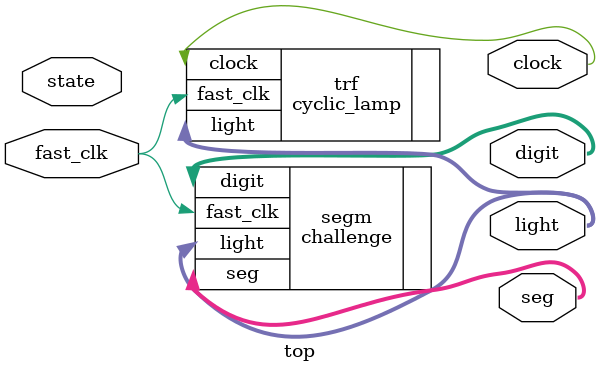
<source format=v>
`timescale 1ns / 1ps
module top(input fast_clk,
  output  [0:2] light,
  output  clock,
  input [2:0] state,
    output  [7:0] seg,       
    output  [3:0] digit
);
	 
challenge segm(.fast_clk(fast_clk),.light(light),.seg(seg),.digit(digit));
cyclic_lamp trf(.fast_clk(fast_clk),.clock(clock),.light(light));
endmodule

</source>
